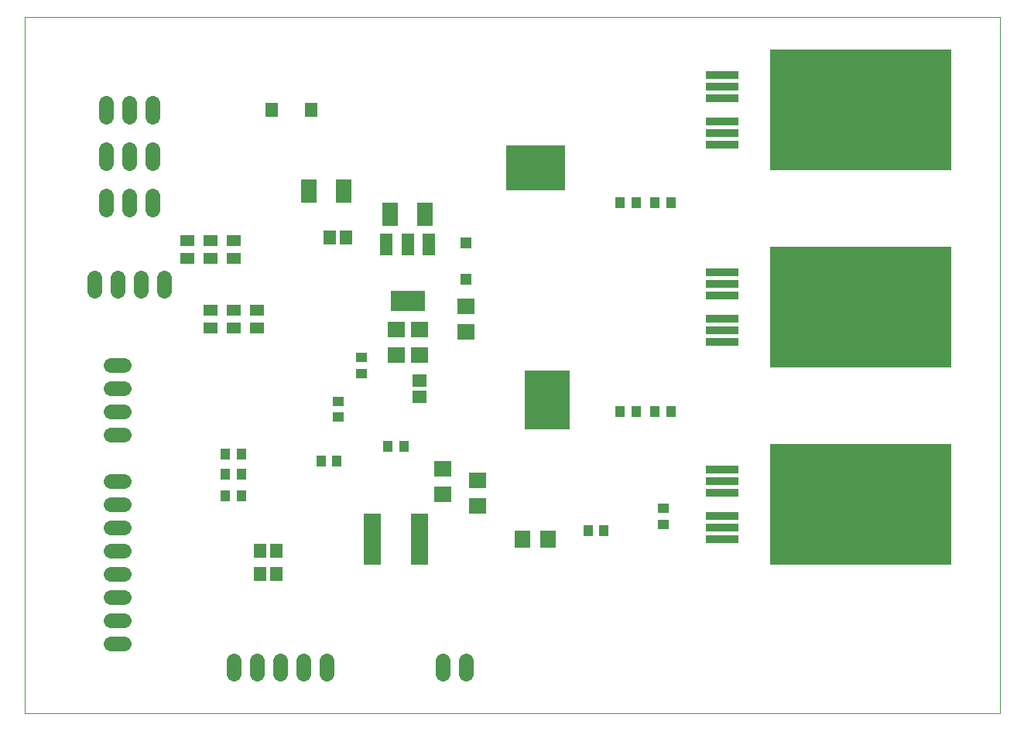
<source format=gbs>
G75*
%MOIN*%
%OFA0B0*%
%FSLAX25Y25*%
%IPPOS*%
%LPD*%
%AMOC8*
5,1,8,0,0,1.08239X$1,22.5*
%
%ADD10C,0.00000*%
%ADD11R,0.07487X0.06699*%
%ADD12R,0.06306X0.05518*%
%ADD13R,0.05518X0.06306*%
%ADD14R,0.06699X0.07487*%
%ADD15R,0.07683X0.22054*%
%ADD16R,0.07093X0.10243*%
%ADD17C,0.06337*%
%ADD18R,0.04724X0.04724*%
%ADD19R,0.05400X0.06187*%
%ADD20C,0.06400*%
%ADD21R,0.04337X0.04731*%
%ADD22R,0.04731X0.04337*%
%ADD23R,0.05912X0.04731*%
%ADD24R,0.05200X0.09200*%
%ADD25R,0.14573X0.09061*%
%ADD26R,0.25800X0.19600*%
%ADD27R,0.19600X0.25800*%
%ADD28R,0.78400X0.52400*%
%ADD29R,0.14400X0.03200*%
D10*
X0001000Y0001667D02*
X0001000Y0301667D01*
X0421000Y0301667D01*
X0421000Y0001667D01*
X0001000Y0001667D01*
D11*
X0181000Y0096155D03*
X0181000Y0107178D03*
X0196000Y0102178D03*
X0196000Y0091155D03*
X0171000Y0156155D03*
X0161000Y0156155D03*
X0161000Y0167178D03*
X0171000Y0167178D03*
X0191000Y0166155D03*
X0191000Y0177178D03*
D12*
X0171000Y0145013D03*
X0171000Y0138320D03*
D13*
X0109346Y0071667D03*
X0102654Y0071667D03*
X0102654Y0061667D03*
X0109346Y0061667D03*
X0132654Y0206667D03*
X0139346Y0206667D03*
D14*
X0215488Y0076667D03*
X0226512Y0076667D03*
D15*
X0171039Y0076667D03*
X0150961Y0076667D03*
D16*
X0158520Y0216667D03*
X0173480Y0216667D03*
X0138480Y0226667D03*
X0123520Y0226667D03*
D17*
X0061000Y0189635D02*
X0061000Y0183698D01*
X0051000Y0183698D02*
X0051000Y0189635D01*
X0041000Y0189635D02*
X0041000Y0183698D01*
X0031000Y0183698D02*
X0031000Y0189635D01*
X0038031Y0151667D02*
X0043969Y0151667D01*
X0043969Y0141667D02*
X0038031Y0141667D01*
X0038031Y0131667D02*
X0043969Y0131667D01*
X0043969Y0121667D02*
X0038031Y0121667D01*
X0038031Y0101667D02*
X0043969Y0101667D01*
X0043969Y0091667D02*
X0038031Y0091667D01*
X0038031Y0081667D02*
X0043969Y0081667D01*
X0043969Y0071667D02*
X0038031Y0071667D01*
X0038031Y0061667D02*
X0043969Y0061667D01*
X0043969Y0051667D02*
X0038031Y0051667D01*
X0038031Y0041667D02*
X0043969Y0041667D01*
X0043969Y0031667D02*
X0038031Y0031667D01*
X0091000Y0024635D02*
X0091000Y0018698D01*
X0101000Y0018698D02*
X0101000Y0024635D01*
X0111000Y0024635D02*
X0111000Y0018698D01*
X0121000Y0018698D02*
X0121000Y0024635D01*
X0131000Y0024635D02*
X0131000Y0018698D01*
X0181000Y0018698D02*
X0181000Y0024635D01*
X0191000Y0024635D02*
X0191000Y0018698D01*
D18*
X0191000Y0188989D03*
X0191000Y0204344D03*
D19*
X0124465Y0261667D03*
X0107535Y0261667D03*
D20*
X0056000Y0264667D02*
X0056000Y0258667D01*
X0046000Y0258667D02*
X0046000Y0264667D01*
X0036000Y0264667D02*
X0036000Y0258667D01*
X0036000Y0244667D02*
X0036000Y0238667D01*
X0046000Y0238667D02*
X0046000Y0244667D01*
X0056000Y0244667D02*
X0056000Y0238667D01*
X0056000Y0224667D02*
X0056000Y0218667D01*
X0046000Y0218667D02*
X0046000Y0224667D01*
X0036000Y0224667D02*
X0036000Y0218667D01*
D21*
X0157654Y0116667D03*
X0164346Y0116667D03*
X0135596Y0110417D03*
X0128904Y0110417D03*
X0094346Y0113542D03*
X0087654Y0113542D03*
X0087654Y0104792D03*
X0094346Y0104792D03*
X0094346Y0095417D03*
X0087654Y0095417D03*
X0243904Y0080417D03*
X0250596Y0080417D03*
X0257654Y0131667D03*
X0264346Y0131667D03*
X0272654Y0131667D03*
X0279346Y0131667D03*
X0279346Y0221667D03*
X0272654Y0221667D03*
X0264346Y0221667D03*
X0257654Y0221667D03*
D22*
X0146000Y0155013D03*
X0146000Y0148320D03*
X0136000Y0136263D03*
X0136000Y0129570D03*
X0276000Y0090013D03*
X0276000Y0083320D03*
D23*
X0101000Y0167730D03*
X0091000Y0167730D03*
X0081000Y0167730D03*
X0081000Y0175604D03*
X0091000Y0175604D03*
X0101000Y0175604D03*
X0091000Y0197730D03*
X0091000Y0205604D03*
X0081000Y0205604D03*
X0081000Y0197730D03*
X0071000Y0197730D03*
X0071000Y0205604D03*
D24*
X0156900Y0203867D03*
X0166000Y0203867D03*
X0175100Y0203867D03*
D25*
X0166000Y0179466D03*
D26*
X0221000Y0236667D03*
D27*
X0226000Y0136667D03*
D28*
X0361000Y0176667D03*
X0361000Y0261667D03*
X0361000Y0091667D03*
D29*
X0301450Y0096667D03*
X0301450Y0101667D03*
X0301450Y0106667D03*
X0301450Y0086667D03*
X0301450Y0081667D03*
X0301450Y0076667D03*
X0301450Y0161667D03*
X0301450Y0166667D03*
X0301450Y0171667D03*
X0301450Y0181667D03*
X0301450Y0186667D03*
X0301450Y0191667D03*
X0301450Y0246667D03*
X0301450Y0251667D03*
X0301450Y0256667D03*
X0301450Y0266667D03*
X0301450Y0271667D03*
X0301450Y0276667D03*
M02*

</source>
